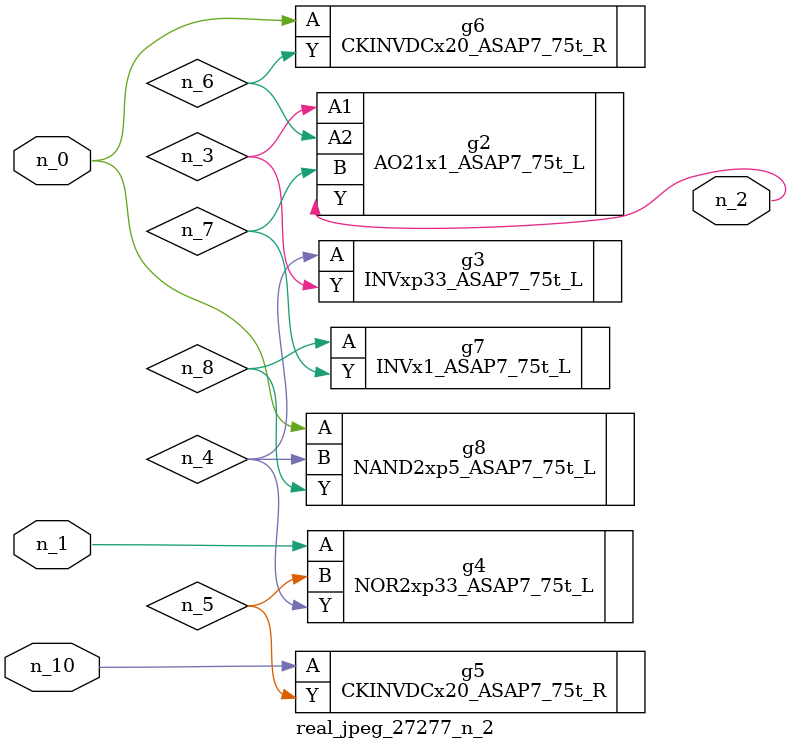
<source format=v>
module real_jpeg_27277_n_2 (n_1, n_10, n_0, n_2);

input n_1;
input n_10;
input n_0;

output n_2;

wire n_5;
wire n_4;
wire n_8;
wire n_6;
wire n_7;
wire n_3;

CKINVDCx20_ASAP7_75t_R g6 ( 
.A(n_0),
.Y(n_6)
);

NAND2xp5_ASAP7_75t_L g8 ( 
.A(n_0),
.B(n_4),
.Y(n_8)
);

NOR2xp33_ASAP7_75t_L g4 ( 
.A(n_1),
.B(n_5),
.Y(n_4)
);

AO21x1_ASAP7_75t_L g2 ( 
.A1(n_3),
.A2(n_6),
.B(n_7),
.Y(n_2)
);

INVxp33_ASAP7_75t_L g3 ( 
.A(n_4),
.Y(n_3)
);

INVx1_ASAP7_75t_L g7 ( 
.A(n_8),
.Y(n_7)
);

CKINVDCx20_ASAP7_75t_R g5 ( 
.A(n_10),
.Y(n_5)
);


endmodule
</source>
